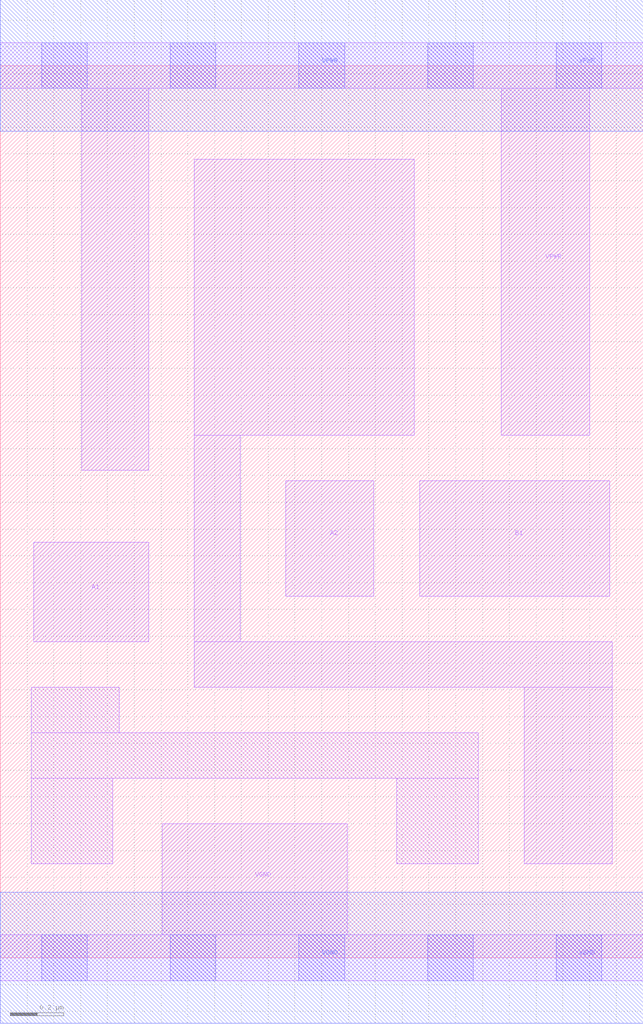
<source format=lef>
# Copyright 2020 The SkyWater PDK Authors
#
# Licensed under the Apache License, Version 2.0 (the "License");
# you may not use this file except in compliance with the License.
# You may obtain a copy of the License at
#
#     https://www.apache.org/licenses/LICENSE-2.0
#
# Unless required by applicable law or agreed to in writing, software
# distributed under the License is distributed on an "AS IS" BASIS,
# WITHOUT WARRANTIES OR CONDITIONS OF ANY KIND, either express or implied.
# See the License for the specific language governing permissions and
# limitations under the License.
#
# SPDX-License-Identifier: Apache-2.0

VERSION 5.7 ;
  NAMESCASESENSITIVE ON ;
  NOWIREEXTENSIONATPIN ON ;
  DIVIDERCHAR "/" ;
  BUSBITCHARS "[]" ;
UNITS
  DATABASE MICRONS 200 ;
END UNITS
MACRO sky130_fd_sc_hs__o21ai_1
  CLASS CORE ;
  SOURCE USER ;
  FOREIGN sky130_fd_sc_hs__o21ai_1 ;
  ORIGIN  0.000000  0.000000 ;
  SIZE  2.400000 BY  3.330000 ;
  SYMMETRY X Y ;
  SITE unit ;
  PIN A1
    ANTENNAGATEAREA  0.279000 ;
    DIRECTION INPUT ;
    USE SIGNAL ;
    PORT
      LAYER li1 ;
        RECT 0.125000 1.180000 0.555000 1.550000 ;
    END
  END A1
  PIN A2
    ANTENNAGATEAREA  0.279000 ;
    DIRECTION INPUT ;
    USE SIGNAL ;
    PORT
      LAYER li1 ;
        RECT 1.065000 1.350000 1.395000 1.780000 ;
    END
  END A2
  PIN B1
    ANTENNAGATEAREA  0.279000 ;
    DIRECTION INPUT ;
    USE SIGNAL ;
    PORT
      LAYER li1 ;
        RECT 1.565000 1.350000 2.275000 1.780000 ;
    END
  END B1
  PIN Y
    ANTENNADIFFAREA  0.828300 ;
    DIRECTION OUTPUT ;
    USE SIGNAL ;
    PORT
      LAYER li1 ;
        RECT 0.725000 1.010000 2.285000 1.180000 ;
        RECT 0.725000 1.180000 0.895000 1.950000 ;
        RECT 0.725000 1.950000 1.545000 2.980000 ;
        RECT 1.955000 0.350000 2.285000 1.010000 ;
    END
  END Y
  PIN VGND
    DIRECTION INOUT ;
    USE GROUND ;
    PORT
      LAYER li1 ;
        RECT 0.000000 -0.085000 2.400000 0.085000 ;
        RECT 0.605000  0.085000 1.295000 0.500000 ;
      LAYER mcon ;
        RECT 0.155000 -0.085000 0.325000 0.085000 ;
        RECT 0.635000 -0.085000 0.805000 0.085000 ;
        RECT 1.115000 -0.085000 1.285000 0.085000 ;
        RECT 1.595000 -0.085000 1.765000 0.085000 ;
        RECT 2.075000 -0.085000 2.245000 0.085000 ;
      LAYER met1 ;
        RECT 0.000000 -0.245000 2.400000 0.245000 ;
    END
  END VGND
  PIN VPWR
    DIRECTION INOUT ;
    USE POWER ;
    PORT
      LAYER li1 ;
        RECT 0.000000 3.245000 2.400000 3.415000 ;
        RECT 0.305000 1.820000 0.555000 3.245000 ;
        RECT 1.870000 1.950000 2.200000 3.245000 ;
      LAYER mcon ;
        RECT 0.155000 3.245000 0.325000 3.415000 ;
        RECT 0.635000 3.245000 0.805000 3.415000 ;
        RECT 1.115000 3.245000 1.285000 3.415000 ;
        RECT 1.595000 3.245000 1.765000 3.415000 ;
        RECT 2.075000 3.245000 2.245000 3.415000 ;
      LAYER met1 ;
        RECT 0.000000 3.085000 2.400000 3.575000 ;
    END
  END VPWR
  OBS
    LAYER li1 ;
      RECT 0.115000 0.350000 0.420000 0.670000 ;
      RECT 0.115000 0.670000 1.785000 0.840000 ;
      RECT 0.115000 0.840000 0.445000 1.010000 ;
      RECT 1.480000 0.350000 1.785000 0.670000 ;
  END
END sky130_fd_sc_hs__o21ai_1

</source>
